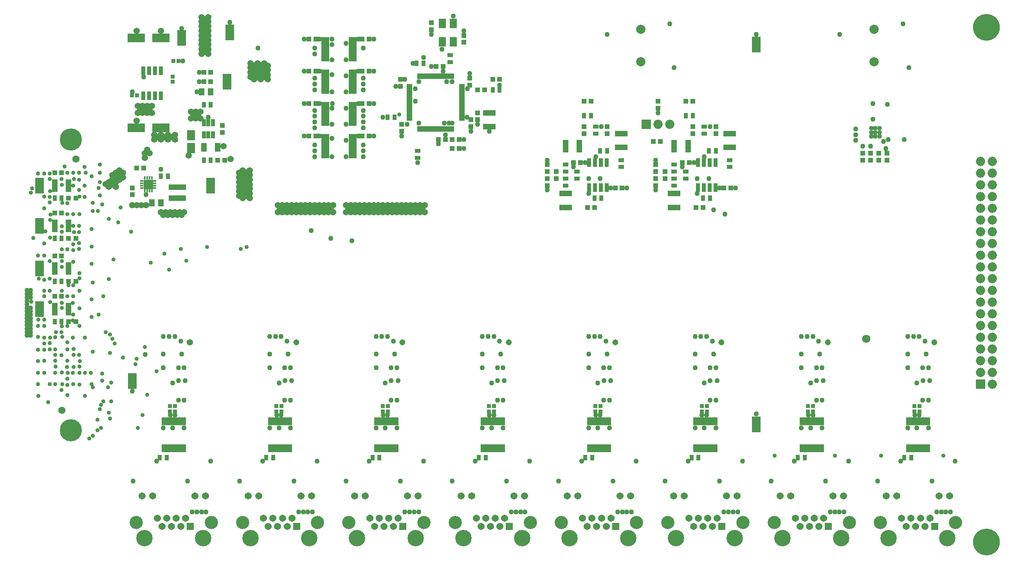
<source format=gts>
G04 #@! TF.GenerationSoftware,KiCad,Pcbnew,(5.0.0-rc2-dev-86-gcd2224b94)*
G04 #@! TF.CreationDate,2018-04-27T13:43:40-06:00*
G04 #@! TF.ProjectId,audio_beamforming_daughter_board,617564696F5F6265616D666F726D696E,1*
G04 #@! TF.SameCoordinates,PX175d720PY88601c0*
G04 #@! TF.FileFunction,Soldermask,Top*
G04 #@! TF.FilePolarity,Negative*
%FSLAX46Y46*%
G04 Gerber Fmt 4.6, Leading zero omitted, Abs format (unit mm)*
G04 Created by KiCad (PCBNEW (5.0.0-rc2-dev-86-gcd2224b94)) date Fri Apr 27 13:43:40 2018*
%MOMM*%
%LPD*%
G01*
G04 APERTURE LIST*
%ADD10C,1.011200*%
%ADD11C,0.911200*%
%ADD12R,2.004800X2.004800*%
%ADD13R,0.390000X0.740000*%
%ADD14R,0.740000X0.390000*%
%ADD15C,3.554800*%
%ADD16C,2.854800*%
%ADD17C,1.534800*%
%ADD18R,1.534800X1.534800*%
%ADD19O,2.004800X2.004800*%
%ADD20R,0.904800X1.854800*%
%ADD21R,1.504800X2.104800*%
%ADD22C,4.804800*%
%ADD23R,1.204800X0.804800*%
%ADD24R,1.104800X1.054800*%
%ADD25R,0.804800X1.204800*%
%ADD26R,1.054800X1.104800*%
%ADD27R,1.304800X2.804800*%
%ADD28R,2.804800X1.304800*%
%ADD29C,2.004800*%
%ADD30C,1.104800*%
%ADD31C,1.574800*%
%ADD32R,1.304800X1.554800*%
%ADD33R,0.904800X0.804800*%
%ADD34R,3.804800X1.904800*%
%ADD35R,1.804800X2.254800*%
%ADD36R,0.804800X0.904800*%
%ADD37R,1.304800X1.904800*%
%ADD38R,1.104800X1.104800*%
%ADD39R,3.704800X1.284800*%
%ADD40R,1.904800X3.504800*%
%ADD41R,0.954800X1.524800*%
%ADD42R,1.804800X0.754800*%
%ADD43R,0.554800X1.304800*%
%ADD44R,1.304800X0.554800*%
%ADD45R,0.754800X1.804800*%
%ADD46C,5.804800*%
%ADD47C,0.914400*%
%ADD48C,1.368800*%
%ADD49C,1.304800*%
%ADD50C,1.804800*%
G04 APERTURE END LIST*
D10*
X183850000Y93400000D03*
X184750000Y93400000D03*
X185650000Y93400000D03*
X183850000Y92500000D03*
X184750000Y92500000D03*
X185650000Y92500000D03*
X183850000Y91600000D03*
X184750000Y91600000D03*
X185650000Y91600000D03*
D11*
X26900000Y81850000D03*
X26900000Y80650000D03*
X28100000Y81850000D03*
X28100000Y80650000D03*
X27500000Y81250000D03*
D12*
X27500000Y81250000D03*
D13*
X28250000Y79850000D03*
X27750000Y79850000D03*
X27250000Y79850000D03*
X26750000Y79850000D03*
D14*
X26100000Y80500000D03*
X26100000Y81000000D03*
X26100000Y81500000D03*
X26100000Y82000000D03*
D13*
X26750000Y82650000D03*
X27250000Y82650000D03*
X27750000Y82650000D03*
X28250000Y82650000D03*
D14*
X28900000Y82000000D03*
X28900000Y81500000D03*
X28900000Y81000000D03*
X28900000Y80500000D03*
D15*
X39350000Y4570000D03*
X26650000Y4570000D03*
D16*
X41125000Y8000000D03*
X24875000Y8000000D03*
D17*
X39860000Y13710000D03*
X37570000Y13710000D03*
X28430000Y13710000D03*
X26140000Y13710000D03*
X29430000Y8890000D03*
X30450000Y7110000D03*
X31470000Y8890000D03*
X32490000Y7110000D03*
X33520000Y8890000D03*
X34530000Y7110000D03*
X35550000Y8890000D03*
D18*
X36570000Y7110000D03*
D15*
X62350000Y4570000D03*
X49650000Y4570000D03*
D16*
X64125000Y8000000D03*
X47875000Y8000000D03*
D17*
X62860000Y13710000D03*
X60570000Y13710000D03*
X51430000Y13710000D03*
X49140000Y13710000D03*
X52430000Y8890000D03*
X53450000Y7110000D03*
X54470000Y8890000D03*
X55490000Y7110000D03*
X56520000Y8890000D03*
X57530000Y7110000D03*
X58550000Y8890000D03*
D18*
X59570000Y7110000D03*
D15*
X85350000Y4570000D03*
X72650000Y4570000D03*
D16*
X87125000Y8000000D03*
X70875000Y8000000D03*
D17*
X85860000Y13710000D03*
X83570000Y13710000D03*
X74430000Y13710000D03*
X72140000Y13710000D03*
X75430000Y8890000D03*
X76450000Y7110000D03*
X77470000Y8890000D03*
X78490000Y7110000D03*
X79520000Y8890000D03*
X80530000Y7110000D03*
X81550000Y8890000D03*
D18*
X82570000Y7110000D03*
D15*
X108350000Y4570000D03*
X95650000Y4570000D03*
D16*
X110125000Y8000000D03*
X93875000Y8000000D03*
D17*
X108860000Y13710000D03*
X106570000Y13710000D03*
X97430000Y13710000D03*
X95140000Y13710000D03*
X98430000Y8890000D03*
X99450000Y7110000D03*
X100470000Y8890000D03*
X101490000Y7110000D03*
X102520000Y8890000D03*
X103530000Y7110000D03*
X104550000Y8890000D03*
D18*
X105570000Y7110000D03*
D15*
X131350000Y4570000D03*
X118650000Y4570000D03*
D16*
X133125000Y8000000D03*
X116875000Y8000000D03*
D17*
X131860000Y13710000D03*
X129570000Y13710000D03*
X120430000Y13710000D03*
X118140000Y13710000D03*
X121430000Y8890000D03*
X122450000Y7110000D03*
X123470000Y8890000D03*
X124490000Y7110000D03*
X125520000Y8890000D03*
X126530000Y7110000D03*
X127550000Y8890000D03*
D18*
X128570000Y7110000D03*
D15*
X154350000Y4570000D03*
X141650000Y4570000D03*
D16*
X156125000Y8000000D03*
X139875000Y8000000D03*
D17*
X154860000Y13710000D03*
X152570000Y13710000D03*
X143430000Y13710000D03*
X141140000Y13710000D03*
X144430000Y8890000D03*
X145450000Y7110000D03*
X146470000Y8890000D03*
X147490000Y7110000D03*
X148520000Y8890000D03*
X149530000Y7110000D03*
X150550000Y8890000D03*
D18*
X151570000Y7110000D03*
D15*
X177350000Y4570000D03*
X164650000Y4570000D03*
D16*
X179125000Y8000000D03*
X162875000Y8000000D03*
D17*
X177860000Y13710000D03*
X175570000Y13710000D03*
X166430000Y13710000D03*
X164140000Y13710000D03*
X167430000Y8890000D03*
X168450000Y7110000D03*
X169470000Y8890000D03*
X170490000Y7110000D03*
X171520000Y8890000D03*
X172530000Y7110000D03*
X173550000Y8890000D03*
D18*
X174570000Y7110000D03*
D15*
X200350000Y4570000D03*
X187650000Y4570000D03*
D16*
X202125000Y8000000D03*
X185875000Y8000000D03*
D17*
X200860000Y13710000D03*
X198570000Y13710000D03*
X189430000Y13710000D03*
X187140000Y13710000D03*
X190430000Y8890000D03*
X191450000Y7110000D03*
X192470000Y8890000D03*
X193490000Y7110000D03*
X194520000Y8890000D03*
X195530000Y7110000D03*
X196550000Y8890000D03*
D18*
X197570000Y7110000D03*
D12*
X207500000Y38000000D03*
D19*
X210040000Y38000000D03*
X207500000Y40540000D03*
X210040000Y40540000D03*
X207500000Y43080000D03*
X210040000Y43080000D03*
X207500000Y45620000D03*
X210040000Y45620000D03*
X207500000Y48160000D03*
X210040000Y48160000D03*
X207500000Y50700000D03*
X210040000Y50700000D03*
X207500000Y53240000D03*
X210040000Y53240000D03*
X207500000Y55780000D03*
X210040000Y55780000D03*
X207500000Y58320000D03*
X210040000Y58320000D03*
X207500000Y60860000D03*
X210040000Y60860000D03*
X207500000Y63400000D03*
X210040000Y63400000D03*
X207500000Y65940000D03*
X210040000Y65940000D03*
X207500000Y68480000D03*
X210040000Y68480000D03*
X207500000Y71020000D03*
X210040000Y71020000D03*
X207500000Y73560000D03*
X210040000Y73560000D03*
X207500000Y76100000D03*
X210040000Y76100000D03*
X207500000Y78640000D03*
X210040000Y78640000D03*
X207500000Y81180000D03*
X210040000Y81180000D03*
X207500000Y83720000D03*
X210040000Y83720000D03*
X207500000Y86260000D03*
X210040000Y86260000D03*
D20*
X30197500Y105867381D03*
X28927500Y105867381D03*
X27657500Y105867381D03*
X26387500Y105867381D03*
X26387500Y100467381D03*
X27657500Y100467381D03*
X28927500Y100467381D03*
X30197500Y100467381D03*
D21*
X93457500Y112120238D03*
X93457500Y116120238D03*
X91057500Y116120238D03*
X91057500Y112120238D03*
D22*
X10760000Y91000000D03*
D20*
X150155000Y80550000D03*
X148885000Y80550000D03*
X147615000Y80550000D03*
X146345000Y80550000D03*
X146345000Y85950000D03*
X147615000Y85950000D03*
X148885000Y85950000D03*
X150155000Y85950000D03*
D23*
X141250000Y82500000D03*
X141250000Y81000000D03*
D24*
X144500000Y86000000D03*
X143000000Y86000000D03*
D25*
X150250000Y88500000D03*
X148750000Y88500000D03*
X149000000Y78250000D03*
X147500000Y78250000D03*
D23*
X153250000Y85000000D03*
X153250000Y86500000D03*
X141250000Y84000000D03*
X141250000Y85500000D03*
D26*
X139250000Y84000000D03*
X139250000Y82500000D03*
X137250000Y82500000D03*
X137250000Y81000000D03*
D27*
X144250000Y89500000D03*
X141250000Y89500000D03*
D24*
X146000000Y76250000D03*
X147500000Y76250000D03*
D26*
X137250000Y84000000D03*
X137250000Y85500000D03*
D24*
X152000000Y80500000D03*
X153500000Y80500000D03*
D23*
X143750000Y84000000D03*
X143750000Y82500000D03*
D28*
X141250000Y76250000D03*
X141250000Y79250000D03*
D20*
X126655000Y85950000D03*
X125385000Y85950000D03*
X124115000Y85950000D03*
X122845000Y85950000D03*
X122845000Y80550000D03*
X124115000Y80550000D03*
X125385000Y80550000D03*
X126655000Y80550000D03*
D23*
X147750000Y92250000D03*
X147750000Y93750000D03*
D26*
X150250000Y92250000D03*
X150250000Y93750000D03*
X145250000Y93750000D03*
X145250000Y92250000D03*
D28*
X153250000Y92250000D03*
X153250000Y89250000D03*
D29*
X184500000Y107800000D03*
X184500000Y114800000D03*
X134000000Y107800000D03*
X134000000Y114800000D03*
D30*
X55750000Y38250000D03*
D31*
X8780000Y32310000D03*
X11830000Y86690000D03*
D24*
X7250000Y65750000D03*
X8750000Y65750000D03*
D27*
X7250000Y63000000D03*
X10250000Y63000000D03*
D26*
X24000000Y79000000D03*
X24000000Y80500000D03*
D24*
X25000000Y84750000D03*
X26500000Y84750000D03*
X7250000Y57000000D03*
X8750000Y57000000D03*
D27*
X7250000Y54250000D03*
X10250000Y54250000D03*
D24*
X7250000Y75000000D03*
X8750000Y75000000D03*
D27*
X7250000Y72250000D03*
X10250000Y72250000D03*
D32*
X30250000Y77250000D03*
X28250000Y77250000D03*
D24*
X7250000Y83750000D03*
X8750000Y83750000D03*
D27*
X7250000Y81000000D03*
X10250000Y81000000D03*
D33*
X32950000Y108000000D03*
X34050000Y108000000D03*
D34*
X30250000Y113000000D03*
X24850000Y113000000D03*
D35*
X36750000Y91875000D03*
X36750000Y89125000D03*
D36*
X32750000Y103450000D03*
X32750000Y104550000D03*
D26*
X43500000Y92500000D03*
X43500000Y94000000D03*
D32*
X39000000Y101250000D03*
X41000000Y101250000D03*
D33*
X23950000Y100500000D03*
X25050000Y100500000D03*
D37*
X39500000Y89250000D03*
X42500000Y89250000D03*
D24*
X41000000Y103500000D03*
X39500000Y103500000D03*
D34*
X24850000Y93500000D03*
X30250000Y93500000D03*
D24*
X42500000Y86500000D03*
X44000000Y86500000D03*
X41000000Y105500000D03*
X39500000Y105500000D03*
X73750000Y98750000D03*
X75250000Y98750000D03*
X73750000Y105750000D03*
X75250000Y105750000D03*
X73750000Y91750000D03*
X75250000Y91750000D03*
X73750000Y112750000D03*
X75250000Y112750000D03*
X62250000Y98750000D03*
X63750000Y98750000D03*
X62250000Y105750000D03*
X63750000Y105750000D03*
X62250000Y91750000D03*
X63750000Y91750000D03*
X62250000Y112750000D03*
X63750000Y112750000D03*
D26*
X95750000Y113500000D03*
X95750000Y112000000D03*
X88750000Y114750000D03*
X88750000Y116250000D03*
D24*
X91250000Y106750000D03*
X89750000Y106750000D03*
D26*
X97000000Y102750000D03*
X97000000Y104250000D03*
D24*
X103500000Y104000000D03*
X102000000Y104000000D03*
D26*
X82000000Y102500000D03*
X82000000Y104000000D03*
D24*
X98750000Y101750000D03*
X100250000Y101750000D03*
D26*
X98750000Y95250000D03*
X98750000Y96750000D03*
D28*
X101250000Y96750000D03*
X101250000Y93750000D03*
D26*
X97250000Y95250000D03*
X97250000Y93750000D03*
X82250000Y94250000D03*
X82250000Y92750000D03*
D24*
X93250000Y91000000D03*
X94750000Y91000000D03*
X94750000Y89000000D03*
X93250000Y89000000D03*
X91750000Y91000000D03*
X90250000Y91000000D03*
D26*
X185500000Y88000000D03*
X185500000Y86500000D03*
X187250000Y86500000D03*
X187250000Y88000000D03*
X183750000Y88000000D03*
X183750000Y86500000D03*
X182000000Y86500000D03*
X182000000Y88000000D03*
X137750000Y99250000D03*
X137750000Y97750000D03*
D24*
X121750000Y99250000D03*
X123250000Y99250000D03*
X143750000Y99250000D03*
X145250000Y99250000D03*
X138250000Y90500000D03*
X136750000Y90500000D03*
D26*
X121750000Y92250000D03*
X121750000Y93750000D03*
X126750000Y93750000D03*
X126750000Y92250000D03*
D28*
X129750000Y89250000D03*
X129750000Y92250000D03*
D24*
X124000000Y76250000D03*
X122500000Y76250000D03*
X128500000Y80500000D03*
X130000000Y80500000D03*
X119500000Y86000000D03*
X121000000Y86000000D03*
D27*
X117750000Y89500000D03*
X120750000Y89500000D03*
D28*
X117750000Y79250000D03*
X117750000Y76250000D03*
D26*
X113750000Y85500000D03*
X113750000Y84000000D03*
X115750000Y82500000D03*
X115750000Y84000000D03*
X113750000Y81000000D03*
X113750000Y82500000D03*
D33*
X33300000Y33250000D03*
X32200000Y33250000D03*
X32200000Y32000000D03*
X33300000Y32000000D03*
X56300000Y33250000D03*
X55200000Y33250000D03*
X55200000Y32000000D03*
X56300000Y32000000D03*
X78200000Y33250000D03*
X79300000Y33250000D03*
X79300000Y32000000D03*
X78200000Y32000000D03*
X102300000Y33250000D03*
X101200000Y33250000D03*
X102300000Y32000000D03*
X101200000Y32000000D03*
X125300000Y33250000D03*
X124200000Y33250000D03*
X124200000Y32000000D03*
X125300000Y32000000D03*
X147200000Y33250000D03*
X148300000Y33250000D03*
X148300000Y32000000D03*
X147200000Y32000000D03*
X171300000Y33250000D03*
X170200000Y33250000D03*
X170200000Y32000000D03*
X171300000Y32000000D03*
X193200000Y33250000D03*
X194300000Y33250000D03*
X194300000Y32000000D03*
X193200000Y32000000D03*
D38*
X10250000Y60250000D03*
X11850000Y60250000D03*
X11850000Y51500000D03*
X10250000Y51500000D03*
X10250000Y69500000D03*
X11850000Y69500000D03*
X11850000Y78250000D03*
X10250000Y78250000D03*
D12*
X135250000Y94250000D03*
D19*
X137790000Y94250000D03*
X140330000Y94250000D03*
D39*
X33750000Y78250000D03*
X33750000Y80620000D03*
D25*
X39500000Y98500000D03*
X41000000Y98500000D03*
X7250000Y60250000D03*
X8750000Y60250000D03*
X8750000Y51500000D03*
X7250000Y51500000D03*
X8750000Y69500000D03*
X7250000Y69500000D03*
X31750000Y83000000D03*
X30250000Y83000000D03*
X7250000Y78250000D03*
X8750000Y78250000D03*
X41000000Y86500000D03*
X39500000Y86500000D03*
D23*
X92750000Y107750000D03*
X92750000Y109250000D03*
D25*
X87000000Y107500000D03*
X85500000Y107500000D03*
X102000000Y101750000D03*
X103500000Y101750000D03*
X80750000Y95750000D03*
X79250000Y95750000D03*
D23*
X85750000Y87000000D03*
X85750000Y88500000D03*
D25*
X123250000Y96085000D03*
X121750000Y96085000D03*
X143750000Y96085000D03*
X145250000Y96085000D03*
D23*
X124250000Y93750000D03*
X124250000Y92250000D03*
X129750000Y86500000D03*
X129750000Y85000000D03*
D25*
X124000000Y78250000D03*
X125500000Y78250000D03*
D23*
X120250000Y82500000D03*
X120250000Y84000000D03*
D25*
X125250000Y88500000D03*
X126750000Y88500000D03*
D23*
X117750000Y85500000D03*
X117750000Y84000000D03*
X117750000Y81000000D03*
X117750000Y82500000D03*
D25*
X31500000Y22000000D03*
X30000000Y22000000D03*
X54500000Y22000000D03*
X53000000Y22000000D03*
X76000000Y22000000D03*
X77500000Y22000000D03*
X100500000Y22000000D03*
X99000000Y22000000D03*
X122000000Y22000000D03*
X123500000Y22000000D03*
X146500000Y22000000D03*
X145000000Y22000000D03*
X168000000Y22000000D03*
X169500000Y22000000D03*
X192500000Y22000000D03*
X191000000Y22000000D03*
D40*
X45100000Y114200000D03*
X24000000Y38600000D03*
X4000000Y63000000D03*
X41000000Y81000000D03*
X44500000Y103500000D03*
X4000000Y72250000D03*
X34750000Y113000000D03*
X4000000Y54250000D03*
D41*
X39550000Y91940000D03*
X40500000Y91940000D03*
X41450000Y91940000D03*
X41450000Y94560000D03*
X40500000Y94560000D03*
X39550000Y94560000D03*
D42*
X65800000Y91775000D03*
X65800000Y91125000D03*
X65800000Y90475000D03*
X65800000Y89825000D03*
X65800000Y89175000D03*
X65800000Y88525000D03*
X65800000Y87875000D03*
X65800000Y87225000D03*
X71700000Y87225000D03*
X71700000Y87875000D03*
X71700000Y88525000D03*
X71700000Y89175000D03*
X71700000Y89825000D03*
X71700000Y90475000D03*
X71700000Y91125000D03*
X71700000Y91775000D03*
X71700000Y112775000D03*
X71700000Y112125000D03*
X71700000Y111475000D03*
X71700000Y110825000D03*
X71700000Y110175000D03*
X71700000Y109525000D03*
X71700000Y108875000D03*
X71700000Y108225000D03*
X65800000Y108225000D03*
X65800000Y108875000D03*
X65800000Y109525000D03*
X65800000Y110175000D03*
X65800000Y110825000D03*
X65800000Y111475000D03*
X65800000Y112125000D03*
X65800000Y112775000D03*
X65800000Y98775000D03*
X65800000Y98125000D03*
X65800000Y97475000D03*
X65800000Y96825000D03*
X65800000Y96175000D03*
X65800000Y95525000D03*
X65800000Y94875000D03*
X65800000Y94225000D03*
X71700000Y94225000D03*
X71700000Y94875000D03*
X71700000Y95525000D03*
X71700000Y96175000D03*
X71700000Y96825000D03*
X71700000Y97475000D03*
X71700000Y98125000D03*
X71700000Y98775000D03*
X71700000Y105775000D03*
X71700000Y105125000D03*
X71700000Y104475000D03*
X71700000Y103825000D03*
X71700000Y103175000D03*
X71700000Y102525000D03*
X71700000Y101875000D03*
X71700000Y101225000D03*
X65800000Y101225000D03*
X65800000Y101875000D03*
X65800000Y102525000D03*
X65800000Y103175000D03*
X65800000Y103825000D03*
X65800000Y104475000D03*
X65800000Y105125000D03*
X65800000Y105775000D03*
D43*
X93392500Y104684999D03*
X92892500Y104684999D03*
X92392500Y104684999D03*
X91892500Y104684999D03*
X91392500Y104684999D03*
X90892500Y104684999D03*
X90392500Y104684999D03*
X89892500Y104684999D03*
X89392500Y104684999D03*
X88892500Y104684999D03*
X88392500Y104684999D03*
X87892500Y104684999D03*
X87392500Y104684999D03*
X86892500Y104684999D03*
X86392500Y104684999D03*
X85892500Y104684999D03*
D44*
X83942500Y102734999D03*
X83942500Y102234999D03*
X83942500Y101734999D03*
X83942500Y101234999D03*
X83942500Y100734999D03*
X83942500Y100234999D03*
X83942500Y99734999D03*
X83942500Y99234999D03*
X83942500Y98734999D03*
X83942500Y98234999D03*
X83942500Y97734999D03*
X83942500Y97234999D03*
X83942500Y96734999D03*
X83942500Y96234999D03*
X83942500Y95734999D03*
X83942500Y95234999D03*
D43*
X85892500Y93284999D03*
X86392500Y93284999D03*
X86892500Y93284999D03*
X87392500Y93284999D03*
X87892500Y93284999D03*
X88392500Y93284999D03*
X88892500Y93284999D03*
X89392500Y93284999D03*
X89892500Y93284999D03*
X90392500Y93284999D03*
X90892500Y93284999D03*
X91392500Y93284999D03*
X91892500Y93284999D03*
X92392500Y93284999D03*
X92892500Y93284999D03*
X93392500Y93284999D03*
D44*
X95342500Y95234999D03*
X95342500Y95734999D03*
X95342500Y96234999D03*
X95342500Y96734999D03*
X95342500Y97234999D03*
X95342500Y97734999D03*
X95342500Y98234999D03*
X95342500Y98734999D03*
X95342500Y99234999D03*
X95342500Y99734999D03*
X95342500Y100234999D03*
X95342500Y100734999D03*
X95342500Y101234999D03*
X95342500Y101734999D03*
X95342500Y102234999D03*
X95342500Y102734999D03*
D45*
X30725000Y29950000D03*
X31375000Y29950000D03*
X32025000Y29950000D03*
X32675000Y29950000D03*
X33325000Y29950000D03*
X33975000Y29950000D03*
X34625000Y29950000D03*
X35275000Y29950000D03*
X35275000Y24050000D03*
X34625000Y24050000D03*
X33975000Y24050000D03*
X33325000Y24050000D03*
X32675000Y24050000D03*
X32025000Y24050000D03*
X31375000Y24050000D03*
X30725000Y24050000D03*
X53725000Y29950000D03*
X54375000Y29950000D03*
X55025000Y29950000D03*
X55675000Y29950000D03*
X56325000Y29950000D03*
X56975000Y29950000D03*
X57625000Y29950000D03*
X58275000Y29950000D03*
X58275000Y24050000D03*
X57625000Y24050000D03*
X56975000Y24050000D03*
X56325000Y24050000D03*
X55675000Y24050000D03*
X55025000Y24050000D03*
X54375000Y24050000D03*
X53725000Y24050000D03*
X76725000Y29950000D03*
X77375000Y29950000D03*
X78025000Y29950000D03*
X78675000Y29950000D03*
X79325000Y29950000D03*
X79975000Y29950000D03*
X80625000Y29950000D03*
X81275000Y29950000D03*
X81275000Y24050000D03*
X80625000Y24050000D03*
X79975000Y24050000D03*
X79325000Y24050000D03*
X78675000Y24050000D03*
X78025000Y24050000D03*
X77375000Y24050000D03*
X76725000Y24050000D03*
X99725000Y29950000D03*
X100375000Y29950000D03*
X101025000Y29950000D03*
X101675000Y29950000D03*
X102325000Y29950000D03*
X102975000Y29950000D03*
X103625000Y29950000D03*
X104275000Y29950000D03*
X104275000Y24050000D03*
X103625000Y24050000D03*
X102975000Y24050000D03*
X102325000Y24050000D03*
X101675000Y24050000D03*
X101025000Y24050000D03*
X100375000Y24050000D03*
X99725000Y24050000D03*
X122725000Y24050000D03*
X123375000Y24050000D03*
X124025000Y24050000D03*
X124675000Y24050000D03*
X125325000Y24050000D03*
X125975000Y24050000D03*
X126625000Y24050000D03*
X127275000Y24050000D03*
X127275000Y29950000D03*
X126625000Y29950000D03*
X125975000Y29950000D03*
X125325000Y29950000D03*
X124675000Y29950000D03*
X124025000Y29950000D03*
X123375000Y29950000D03*
X122725000Y29950000D03*
X145725000Y24050000D03*
X146375000Y24050000D03*
X147025000Y24050000D03*
X147675000Y24050000D03*
X148325000Y24050000D03*
X148975000Y24050000D03*
X149625000Y24050000D03*
X150275000Y24050000D03*
X150275000Y29950000D03*
X149625000Y29950000D03*
X148975000Y29950000D03*
X148325000Y29950000D03*
X147675000Y29950000D03*
X147025000Y29950000D03*
X146375000Y29950000D03*
X145725000Y29950000D03*
X168725000Y29950000D03*
X169375000Y29950000D03*
X170025000Y29950000D03*
X170675000Y29950000D03*
X171325000Y29950000D03*
X171975000Y29950000D03*
X172625000Y29950000D03*
X173275000Y29950000D03*
X173275000Y24050000D03*
X172625000Y24050000D03*
X171975000Y24050000D03*
X171325000Y24050000D03*
X170675000Y24050000D03*
X170025000Y24050000D03*
X169375000Y24050000D03*
X168725000Y24050000D03*
X191725000Y24050000D03*
X192375000Y24050000D03*
X193025000Y24050000D03*
X193675000Y24050000D03*
X194325000Y24050000D03*
X194975000Y24050000D03*
X195625000Y24050000D03*
X196275000Y24050000D03*
X196275000Y29950000D03*
X195625000Y29950000D03*
X194975000Y29950000D03*
X194325000Y29950000D03*
X193675000Y29950000D03*
X193025000Y29950000D03*
X192375000Y29950000D03*
X191725000Y29950000D03*
D30*
X63500000Y104250000D03*
X74000000Y104250000D03*
X63500000Y103000000D03*
X74000000Y103000000D03*
X63500000Y101750000D03*
X74000000Y101750000D03*
X63500000Y97250000D03*
X74000000Y97250000D03*
X63500000Y96000000D03*
X74000000Y96000000D03*
X63500000Y94750000D03*
X74000000Y94750000D03*
X63500000Y110750000D03*
X74000000Y110750000D03*
X63500000Y89750000D03*
X74000000Y89750000D03*
X63500000Y93500000D03*
X74000000Y93500000D03*
X63500000Y88500000D03*
X74000000Y88500000D03*
X63500000Y87250000D03*
X74000000Y87250000D03*
X62750000Y71250000D03*
X180500000Y90750000D03*
X180500000Y92000000D03*
X180500000Y93250000D03*
X177000000Y113750000D03*
X192000000Y106500000D03*
X126750000Y113750000D03*
X141250000Y106500000D03*
X32750000Y38250000D03*
X34000000Y34500000D03*
X35250000Y34500000D03*
X33250000Y48250000D03*
X30750000Y48250000D03*
X32000000Y48250000D03*
X57000000Y34500000D03*
X58250000Y34500000D03*
X56250000Y48250000D03*
X53750000Y48250000D03*
X55000000Y48250000D03*
X78750000Y38250000D03*
X80000000Y34500000D03*
X81250000Y34500000D03*
X79250000Y48250000D03*
X76750000Y48250000D03*
X78000000Y48250000D03*
X101750000Y38250000D03*
X103000000Y34500000D03*
X104250000Y34500000D03*
X102250000Y48250000D03*
X99750000Y48250000D03*
X101000000Y48250000D03*
X124750000Y38250000D03*
X126000000Y34500000D03*
X127250000Y34500000D03*
X125250000Y48250000D03*
X122750000Y48250000D03*
X124000000Y48250000D03*
X147750000Y38250000D03*
X149000000Y34500000D03*
X150250000Y34500000D03*
X148250000Y48250000D03*
X145750000Y48250000D03*
X147000000Y48250000D03*
X170750000Y38250000D03*
X172000000Y34500000D03*
X173250000Y34500000D03*
X171250000Y48250000D03*
X168750000Y48250000D03*
X170000000Y48250000D03*
X193750000Y38250000D03*
X195000000Y34500000D03*
X196250000Y34500000D03*
X194250000Y48250000D03*
X191750000Y48250000D03*
X193000000Y48250000D03*
D40*
X4000000Y81000000D03*
D30*
X63500000Y109500000D03*
D46*
X208750000Y115250000D03*
X208750000Y3750000D03*
D22*
X10760000Y28000000D03*
D40*
X159000000Y111500000D03*
X159000000Y29250000D03*
D47*
X11278164Y83724328D03*
D48*
X18253946Y81265304D03*
D47*
X3700000Y51900000D03*
X5000000Y51900000D03*
D48*
X34750000Y74586810D03*
X31750000Y74586810D03*
X33750000Y74586810D03*
X30750000Y74586810D03*
X32750000Y74586810D03*
D30*
X199011100Y10250000D03*
X199988900Y10250000D03*
D47*
X14686045Y26186057D03*
X6172593Y45474007D03*
X15500000Y26750000D03*
X7391803Y45509087D03*
X16500000Y28000000D03*
X6150075Y46845879D03*
X17250000Y28500000D03*
X7397840Y44286040D03*
X16500000Y30249994D03*
X7482453Y41767547D03*
X19250000Y30500000D03*
X19000000Y31750000D03*
X7383569Y48081352D03*
X17250000Y33500000D03*
X17750000Y34250000D03*
X8750000Y49250000D03*
X19500000Y34249986D03*
X163000000Y22500000D03*
X8700016Y36700000D03*
X25250000Y28500000D03*
X176000000Y22500000D03*
X8850809Y38000000D03*
X186000000Y22500000D03*
X10000000Y39108048D03*
X26250000Y31250000D03*
X199500000Y22500000D03*
X5282611Y71030022D03*
X12500000Y82250028D03*
X8924108Y77280018D03*
X17000000Y78859610D03*
X15500000Y77250000D03*
X11287095Y59395723D03*
X12600000Y40400000D03*
X11200000Y40381083D03*
X13800000Y40390390D03*
X10000000Y37818544D03*
X8760730Y40460769D03*
X7390398Y40430253D03*
X7389562Y43009036D03*
X8749191Y44200000D03*
X7390390Y37929741D03*
X4949191Y40392160D03*
X10025097Y35548147D03*
X12600000Y37850809D03*
X11219211Y38000000D03*
X13782453Y35382453D03*
X15510176Y37276254D03*
X8900000Y48200000D03*
X11132696Y51800000D03*
X8799995Y50499995D03*
X11250000Y74750000D03*
X11387443Y70862557D03*
X5000000Y76050809D03*
X12614243Y60884268D03*
X10231390Y59367388D03*
D48*
X45250000Y86717991D03*
X27750000Y88000000D03*
X26727950Y87022050D03*
X26750000Y88000000D03*
X36250000Y87481380D03*
D47*
X10017440Y83734663D03*
X13750022Y85000000D03*
X3617547Y42982453D03*
X3749191Y35400000D03*
X5800000Y34050809D03*
X12500000Y44300809D03*
X15500000Y45000000D03*
X15500000Y60000000D03*
X15250000Y64000000D03*
X15250020Y71600589D03*
X15250000Y52500000D03*
X15267547Y67755548D03*
X12500000Y70898391D03*
X19000000Y73750000D03*
X21000000Y73000000D03*
X12545252Y72272626D03*
X48750000Y67640390D03*
X40250000Y67640390D03*
X34500020Y67250000D03*
X12500000Y68550809D03*
X35749980Y64750000D03*
X30999990Y66250000D03*
X18250000Y49250000D03*
X19250000Y48750000D03*
X19750000Y47750000D03*
X20250002Y46750000D03*
X19249996Y44750000D03*
X11300000Y44300000D03*
X12668170Y42933042D03*
X21999980Y43750000D03*
X12600000Y41800000D03*
X25000002Y43500000D03*
X15100000Y40400000D03*
X24750000Y42250000D03*
X11300000Y41700016D03*
X9912006Y41715224D03*
X19500000Y38299998D03*
X15200000Y38000000D03*
X10100000Y40399988D03*
X18750136Y37250000D03*
X27250000Y35695199D03*
X11300000Y45600000D03*
D30*
X195500000Y47250000D03*
X191750000Y44500000D03*
X195750000Y44500000D03*
X195000000Y41500000D03*
X191750000Y41500000D03*
X193750000Y28500000D03*
X196250000Y28500000D03*
X202000000Y21250000D03*
X190250000Y21250000D03*
X201000000Y10250000D03*
X191750000Y28500000D03*
X197000000Y17000000D03*
X196250000Y41500000D03*
X196500000Y38750000D03*
D49*
X197500000Y47000000D03*
D30*
X195025490Y38747168D03*
X193272581Y31277360D03*
X194250000Y31250000D03*
X198000000Y10250000D03*
X176011100Y10250000D03*
X176988900Y10250000D03*
X172500000Y47250000D03*
X168750000Y44500000D03*
X172750000Y44500000D03*
X172000000Y41500000D03*
X168750000Y41500000D03*
X170750000Y28500000D03*
X173250000Y28500000D03*
X179000000Y21250000D03*
X167250000Y21250000D03*
X178000000Y10250000D03*
X168750000Y28500000D03*
X174000000Y17000000D03*
X173250000Y41500000D03*
X173500000Y38750000D03*
D49*
X174500000Y47000000D03*
D30*
X172025490Y38747168D03*
X170272581Y31277360D03*
X171250000Y31250000D03*
X175000000Y10250000D03*
X153011100Y10250000D03*
X153988900Y10250000D03*
X149500000Y47250000D03*
X145750000Y44500000D03*
X149750000Y44500000D03*
X149000000Y41500000D03*
X145750000Y41500000D03*
X147750000Y28500000D03*
X150250000Y28500000D03*
X156000000Y21250000D03*
X144250000Y21250000D03*
X155000000Y10250000D03*
X145750000Y28500000D03*
X151000000Y17000000D03*
X150250000Y41500000D03*
X150500000Y38750000D03*
D49*
X151500000Y47000000D03*
D30*
X149025490Y38747168D03*
X147272581Y31277360D03*
X148250000Y31250000D03*
X152000000Y10250000D03*
X130011100Y10250000D03*
X130988900Y10250000D03*
X126500000Y47250000D03*
X122750000Y44500000D03*
X126750000Y44500000D03*
X126000000Y41500000D03*
X122750000Y41500000D03*
X124750000Y28500000D03*
X127250000Y28500000D03*
X133000000Y21250000D03*
X121250000Y21250000D03*
X132000000Y10250000D03*
X122750000Y28500000D03*
X128000000Y17000000D03*
X127250000Y41500000D03*
X127500000Y38750000D03*
D49*
X128500000Y47000000D03*
D30*
X126025490Y38747168D03*
X124272581Y31277360D03*
X125250000Y31250000D03*
X129000000Y10250000D03*
X107011100Y10250000D03*
X107988900Y10250000D03*
X103500000Y47250000D03*
X99750000Y44500000D03*
X103750000Y44500000D03*
X103000000Y41500000D03*
X99750000Y41500000D03*
X101750000Y28500000D03*
X104250000Y28500000D03*
X110000000Y21250000D03*
X98250000Y21250000D03*
X109000000Y10250000D03*
X99750000Y28500000D03*
X105000000Y17000000D03*
X104250000Y41500000D03*
X104500000Y38750000D03*
D49*
X105500000Y47000000D03*
D30*
X103025490Y38747168D03*
X101272581Y31277360D03*
X102250000Y31250000D03*
X106000000Y10250000D03*
X84011100Y10250000D03*
X84988900Y10250000D03*
X80500000Y47250000D03*
X76750000Y44500000D03*
X80750000Y44500000D03*
X80000000Y41500000D03*
X76750000Y41500000D03*
X78750000Y28500000D03*
X81250000Y28500000D03*
X87000000Y21250000D03*
X75250000Y21250000D03*
X86000000Y10250000D03*
X76750000Y28500000D03*
X82000000Y17000000D03*
X81250000Y41500000D03*
X81500000Y38750000D03*
D49*
X82500000Y47000000D03*
D30*
X80025490Y38747168D03*
X78272581Y31277360D03*
X79250000Y31250000D03*
X83000000Y10250000D03*
X61011100Y10250000D03*
X61988900Y10250000D03*
X57500000Y47250000D03*
X53750000Y44500000D03*
X57750000Y44500000D03*
X57000000Y41500000D03*
X53750000Y41500000D03*
X55750000Y28500000D03*
X58250000Y28500000D03*
X64000000Y21250000D03*
X52250000Y21250000D03*
X63000000Y10250000D03*
X53750000Y28500000D03*
X59000000Y17000000D03*
X58250000Y41500000D03*
X58500000Y38750000D03*
D49*
X59500000Y47000000D03*
D30*
X57025490Y38747168D03*
X55272581Y31277360D03*
X56250000Y31250000D03*
X60000000Y10250000D03*
X37000000Y10250000D03*
D50*
X182750000Y47750000D03*
D30*
X67000000Y69500000D03*
X149750000Y75750000D03*
X152250000Y74750000D03*
X71500000Y69000000D03*
X185250000Y17000000D03*
X162250000Y17000000D03*
X139250000Y17000000D03*
X116250000Y17000000D03*
X93250000Y17000000D03*
X70250000Y17000000D03*
X47250000Y17000000D03*
D47*
X17000000Y32540961D03*
X16577026Y75500000D03*
D30*
X159000000Y31500000D03*
X159000000Y113750000D03*
D47*
X23750000Y70941200D03*
X47500000Y67250000D03*
X11250000Y68250000D03*
X32000000Y62750000D03*
X28000000Y64250000D03*
X26750000Y46000000D03*
X10000000Y43000000D03*
X29250000Y40750000D03*
X10000000Y47000000D03*
X10000000Y45500000D03*
X12500000Y83750000D03*
X14000000Y83750000D03*
D30*
X67270287Y98783812D03*
D48*
X19000000Y80750000D03*
X19000000Y81750000D03*
X22000000Y82750000D03*
X22000000Y83750000D03*
X21250000Y84250000D03*
X20500000Y83750000D03*
D30*
X2000000Y56750000D03*
X2000000Y57500000D03*
X1250000Y58250000D03*
X1250000Y57500000D03*
X1250000Y56000000D03*
X2000000Y54500000D03*
X1250000Y54500000D03*
X2000000Y53750000D03*
X1250000Y53750000D03*
X2000000Y53000000D03*
X1250000Y53000000D03*
X1250000Y52250000D03*
X2000000Y52250000D03*
X2000000Y48500000D03*
X1250000Y48500000D03*
X1250000Y49250000D03*
X2000000Y49250000D03*
X2000000Y50000000D03*
X1250000Y50000000D03*
X1250000Y50750000D03*
X2000000Y50750000D03*
X2000000Y51500000D03*
X1250000Y51500000D03*
X1250000Y55250000D03*
X2000000Y58250000D03*
X1250000Y56750000D03*
X34750000Y115000000D03*
D48*
X47150000Y78750000D03*
X47150000Y82750000D03*
X47150000Y80750000D03*
X47150000Y83750000D03*
X47150000Y79750000D03*
X47150000Y81750000D03*
X47900000Y82250000D03*
X47900000Y84250000D03*
X47900000Y83250000D03*
X47900000Y81250000D03*
X47900000Y80250000D03*
X47900000Y79250000D03*
X47900000Y78250000D03*
X48650000Y81750000D03*
X48650000Y83750000D03*
X48650000Y82750000D03*
X48650000Y80750000D03*
X48650000Y79750000D03*
X48650000Y78750000D03*
X49400000Y84250000D03*
X49400000Y83250000D03*
X49400000Y82250000D03*
D30*
X51250000Y110750000D03*
D48*
X39000000Y117500000D03*
X39000000Y116500000D03*
X39000000Y115500000D03*
X39000000Y114500000D03*
X39000000Y113500000D03*
X39000000Y112500000D03*
X39000000Y111500000D03*
X39000000Y110500000D03*
X39000000Y109500000D03*
X39750000Y110000000D03*
X39750000Y111000000D03*
X39750000Y112000000D03*
X39750000Y113000000D03*
X39750000Y114000000D03*
X39750000Y115000000D03*
X39750000Y116000000D03*
X39750000Y117000000D03*
X40500000Y117500000D03*
X40500000Y116500000D03*
X40500000Y115500000D03*
X40500000Y114500000D03*
X40500000Y113500000D03*
X40500000Y112500000D03*
X40500000Y111500000D03*
X40500000Y110500000D03*
X40500000Y109500000D03*
D47*
X17000000Y85500000D03*
X9400000Y85100000D03*
D48*
X61500000Y75250000D03*
X55500000Y75250000D03*
X65500000Y75250000D03*
X66500000Y75250000D03*
X58500000Y75250000D03*
X67500000Y75250000D03*
X60500000Y75250000D03*
X57500000Y75250000D03*
X64500000Y75250000D03*
X59500000Y75250000D03*
X56500000Y75250000D03*
X62500000Y75250000D03*
X63500000Y75250000D03*
X57000000Y76000000D03*
X56000000Y76000000D03*
X58000000Y76000000D03*
X60000000Y76000000D03*
X61000000Y76000000D03*
X59000000Y76000000D03*
X63000000Y76000000D03*
X62000000Y76000000D03*
X64000000Y76000000D03*
X65000000Y76000000D03*
X66000000Y76000000D03*
X67000000Y76000000D03*
X67500000Y76750000D03*
X66500000Y76750000D03*
X65500000Y76750000D03*
X64500000Y76750000D03*
X63500000Y76750000D03*
X62500000Y76750000D03*
X61500000Y76750000D03*
X60500000Y76750000D03*
X59500000Y76750000D03*
X58500000Y76750000D03*
X57500000Y76750000D03*
X56500000Y76750000D03*
X55500000Y76750000D03*
D47*
X5000000Y57000000D03*
X6250000Y55750000D03*
D48*
X72250000Y75250000D03*
X86250000Y75250000D03*
X82250000Y75250000D03*
X81250000Y75250000D03*
X79250000Y75250000D03*
X73250000Y75250000D03*
X84250000Y75250000D03*
X83250000Y75250000D03*
X75250000Y75250000D03*
X85250000Y75250000D03*
X80250000Y75250000D03*
X78250000Y75250000D03*
X76250000Y75250000D03*
X87250000Y75250000D03*
X74250000Y75250000D03*
X71250000Y75250000D03*
X70250000Y75250000D03*
X77250000Y75250000D03*
X74750000Y76000000D03*
X72750000Y76000000D03*
X70750000Y76000000D03*
X73750000Y76000000D03*
X71750000Y76000000D03*
X78750000Y76000000D03*
X79750000Y76000000D03*
X80750000Y76000000D03*
X77750000Y76000000D03*
X76750000Y76000000D03*
X75750000Y76000000D03*
X85750000Y76000000D03*
X81750000Y76000000D03*
X83750000Y76000000D03*
X82750000Y76000000D03*
X84750000Y76000000D03*
X86750000Y76000000D03*
X87250000Y76750000D03*
X86250000Y76750000D03*
X85250000Y76750000D03*
X84250000Y76750000D03*
X83250000Y76750000D03*
X82250000Y76750000D03*
X80250000Y76750000D03*
X81250000Y76750000D03*
X79250000Y76750000D03*
X78250000Y76750000D03*
X77250000Y76750000D03*
X76250000Y76750000D03*
X75250000Y76750000D03*
X74250000Y76750000D03*
X73250000Y76750000D03*
X72250000Y76750000D03*
X71250000Y76750000D03*
X70250000Y76750000D03*
X21250000Y82250000D03*
X21250000Y83250000D03*
X19750000Y83250000D03*
X19750000Y82250000D03*
X19750000Y81250000D03*
X38750000Y95500000D03*
X37750000Y95500000D03*
X36750000Y95500000D03*
X38250000Y96250000D03*
X37250000Y96250000D03*
X36750000Y97000000D03*
X37750000Y97000000D03*
X38750000Y97000000D03*
X28250000Y98250000D03*
X27250000Y98250000D03*
X26250000Y98250000D03*
X25250000Y98250000D03*
X25750000Y97500000D03*
X26750000Y97500000D03*
X27750000Y97500000D03*
X28250000Y96750000D03*
X27250000Y96750000D03*
X26250000Y96750000D03*
X25250000Y96750000D03*
X33250000Y92000000D03*
X33250000Y91000000D03*
X32500000Y91500000D03*
X31750000Y92000000D03*
X31750000Y91000000D03*
X31000000Y91500000D03*
X30250000Y92000000D03*
X30250000Y91000000D03*
X29500000Y91500000D03*
X28750000Y92000000D03*
X28750000Y91000000D03*
X35250000Y75250000D03*
X34250000Y75250000D03*
X33250000Y75250000D03*
X32250000Y75250000D03*
X31250000Y75250000D03*
X30250000Y75250000D03*
X53350000Y104000000D03*
X51100000Y107500000D03*
X51100000Y104500000D03*
X53350000Y107000000D03*
X51100000Y106500000D03*
X53350000Y106000000D03*
X53350000Y105000000D03*
X51100000Y105500000D03*
X49600000Y105500000D03*
X50350000Y105000000D03*
X49600000Y104500000D03*
X49600000Y106500000D03*
X51850000Y106000000D03*
X51850000Y104000000D03*
X51850000Y105000000D03*
X51850000Y107000000D03*
X49600000Y107500000D03*
X50350000Y106000000D03*
X50350000Y104000000D03*
D47*
X21461172Y76250000D03*
D30*
X26800000Y44400000D03*
X45100000Y116400000D03*
X24000000Y101250000D03*
X35000000Y108000000D03*
X38500000Y105500000D03*
X38500000Y103500000D03*
X38000000Y101250000D03*
X40500000Y95750000D03*
D48*
X43750000Y89500000D03*
X27250000Y88750000D03*
X27000000Y76750000D03*
X26000000Y76750000D03*
D30*
X91000000Y110500000D03*
D47*
X6323014Y74684592D03*
D30*
X33250000Y31250000D03*
X67250000Y105000000D03*
X85750000Y86000000D03*
X27003053Y78986566D03*
X96500000Y101939799D03*
X96420302Y95759505D03*
X184239336Y95360238D03*
D48*
X52600000Y107500000D03*
X50350000Y107000000D03*
X52600000Y106500000D03*
D30*
X151000000Y80500000D03*
X127500000Y80500000D03*
X145500000Y86000000D03*
X122000000Y86000000D03*
X186500000Y90500000D03*
X187000000Y89000000D03*
X183750000Y89500000D03*
X182000000Y89500000D03*
X125250000Y82500000D03*
D47*
X5000000Y46750000D03*
X7500000Y49250000D03*
X6250000Y73500000D03*
X11250000Y81000000D03*
X17000000Y83750000D03*
X17000000Y81750000D03*
X16795000Y80455000D03*
X17500000Y38750000D03*
X13750000Y81000000D03*
X12500000Y80000000D03*
X17500000Y76904000D03*
X16741999Y53008001D03*
X11250000Y53000000D03*
X17750000Y57000000D03*
X11250000Y57000000D03*
X19000000Y60750000D03*
X20000000Y65000000D03*
X11250000Y64500000D03*
X17500000Y40250000D03*
D30*
X32272581Y31277360D03*
D47*
X15500000Y75500000D03*
X15250000Y56308800D03*
D30*
X34025490Y38747168D03*
D47*
X3600000Y38000000D03*
X3600000Y40400000D03*
X6200000Y38000000D03*
X5000000Y43000000D03*
X5000000Y45400000D03*
X3600000Y45400000D03*
X5000000Y48000000D03*
X3600000Y48200000D03*
X8800000Y58200000D03*
X12600000Y58200000D03*
X6200000Y64600000D03*
X10000000Y50600000D03*
X12600000Y50600000D03*
X12600000Y54400000D03*
X11200000Y55600000D03*
X8800000Y55600000D03*
X10000000Y57000000D03*
X5000000Y50600000D03*
X3600000Y50600000D03*
X2200000Y55800000D03*
X5000000Y58200000D03*
X6200000Y58200000D03*
X3800000Y60800000D03*
X5000000Y60600000D03*
X6200000Y60800000D03*
X12600000Y62000000D03*
X8800000Y64600000D03*
X5000000Y68400000D03*
X3600000Y65800000D03*
X5000000Y65800000D03*
X8800000Y67200000D03*
X10000000Y67200000D03*
X8800000Y71000000D03*
X12600000Y78600000D03*
X10000000Y77200000D03*
X12600000Y74800000D03*
X10000000Y74800000D03*
X2600000Y69600000D03*
X5000000Y78600000D03*
X2143224Y79456776D03*
X2400000Y80400000D03*
X3600000Y83600000D03*
X5000000Y83600000D03*
X11400000Y82400000D03*
X15200000Y83000000D03*
D30*
X24000000Y36400000D03*
D47*
X13800000Y48000000D03*
X11200000Y48000000D03*
X6250000Y69750000D03*
X11250000Y67000000D03*
X12500000Y67250000D03*
X13750000Y78500000D03*
D30*
X147750000Y87250000D03*
X146250000Y79250000D03*
X124250000Y87250000D03*
X122750000Y79250000D03*
X137250000Y86500000D03*
X137250000Y80000000D03*
X113750000Y86500000D03*
X113750000Y80000000D03*
X154500000Y80500000D03*
D47*
X11250000Y72250000D03*
D30*
X148750000Y82500000D03*
X146250000Y82500000D03*
X122750000Y82500000D03*
X143000000Y85000000D03*
X131000000Y80500000D03*
X119500000Y85000000D03*
X190750000Y116000000D03*
X140250000Y116000000D03*
D48*
X25000000Y76750000D03*
X24000000Y76750000D03*
X25000000Y114500000D03*
D30*
X26500000Y104500000D03*
X95750000Y89000000D03*
X95750000Y91000000D03*
X88750000Y106750000D03*
X92000000Y103500000D03*
X93250000Y103500000D03*
X97000000Y105250000D03*
X101250000Y92750000D03*
X98750000Y94250000D03*
X97250000Y92750000D03*
X91500000Y94500000D03*
X93250000Y94500000D03*
X92500000Y94500000D03*
X90250000Y90000000D03*
X187400000Y98550000D03*
X67250000Y91250000D03*
X67250000Y112750000D03*
X64500000Y112750000D03*
X64500000Y105750000D03*
X64500000Y98750000D03*
X64500000Y91750000D03*
D47*
X8780000Y63384477D03*
D48*
X36500000Y47000000D03*
D47*
X8700000Y82400000D03*
X8800000Y81100000D03*
X6200000Y77300000D03*
X6250000Y79750000D03*
D30*
X73000000Y112750000D03*
X73000000Y105750000D03*
X73000000Y98750000D03*
X73000000Y91750000D03*
X84750000Y107500000D03*
X83500000Y94250000D03*
X83000000Y104000000D03*
D47*
X8769157Y54482427D03*
X6200000Y83600000D03*
X6200000Y82400000D03*
X6200000Y78500000D03*
X8800000Y72200000D03*
D30*
X184250000Y98750000D03*
X191000000Y91000000D03*
X137750000Y96750000D03*
D48*
X20500000Y80750000D03*
X20500000Y82750000D03*
X20500000Y81750000D03*
D30*
X35500000Y38750000D03*
X35250000Y41500000D03*
X24250000Y17000000D03*
X36000000Y17000000D03*
X30750000Y28500000D03*
X30250000Y84500000D03*
D48*
X30250000Y114500000D03*
D30*
X91250000Y105750000D03*
X103500000Y102750000D03*
X91750000Y92000000D03*
D48*
X52600000Y104500000D03*
X52600000Y105500000D03*
D30*
X187500000Y91000000D03*
X149000000Y93750000D03*
X125500000Y93750000D03*
D48*
X49400000Y78250000D03*
X49400000Y79250000D03*
X49400000Y80250000D03*
X49400000Y81250000D03*
D30*
X87000000Y108750000D03*
D47*
X81750000Y96404000D03*
D48*
X25000000Y95000000D03*
D30*
X67250000Y111500000D03*
X67250000Y108250000D03*
X70250000Y108250000D03*
X70250000Y111750000D03*
X70250000Y104750000D03*
X70250000Y101250000D03*
X67250000Y101250000D03*
X67250000Y97750000D03*
X70250000Y97750000D03*
X70250000Y94250000D03*
X67250000Y94250000D03*
X67250000Y87250000D03*
X70250000Y87250000D03*
X70250000Y90750000D03*
X76250000Y91750000D03*
X76250000Y98750000D03*
X76250000Y105750000D03*
X76250000Y112750000D03*
X61250000Y112750000D03*
X61250000Y105750000D03*
X61250000Y98750000D03*
X61250000Y91750000D03*
X78250000Y95750000D03*
X81000000Y102500000D03*
X88750000Y113750000D03*
X93500000Y117750000D03*
X95750000Y114500000D03*
X86000000Y94500000D03*
X82250000Y91750000D03*
X85250000Y99250000D03*
X85250000Y102000000D03*
X86000000Y103500000D03*
D47*
X6250000Y48000000D03*
D30*
X40000000Y10250000D03*
X29250000Y21250000D03*
X41000000Y21250000D03*
X35250000Y28500000D03*
X32750000Y28500000D03*
X30750000Y41500000D03*
X34000000Y41500000D03*
X34750000Y44500000D03*
X30750000Y44500000D03*
X34500000Y47250000D03*
X38988900Y10250000D03*
X38011100Y10250000D03*
M02*

</source>
